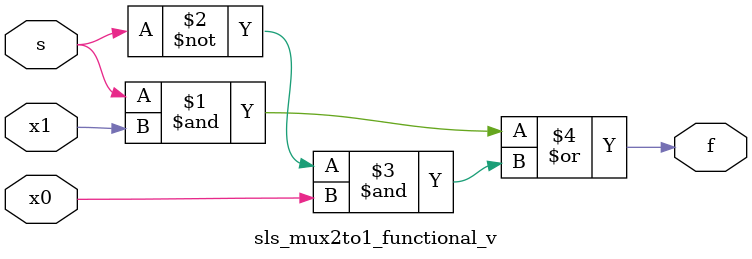
<source format=v>
module sls_mux2to1_functional_v (x1, x0, s, f);

input x1, x0, s;
output f;

assign f = (s & x1) | (~s & x0);

endmodule

</source>
